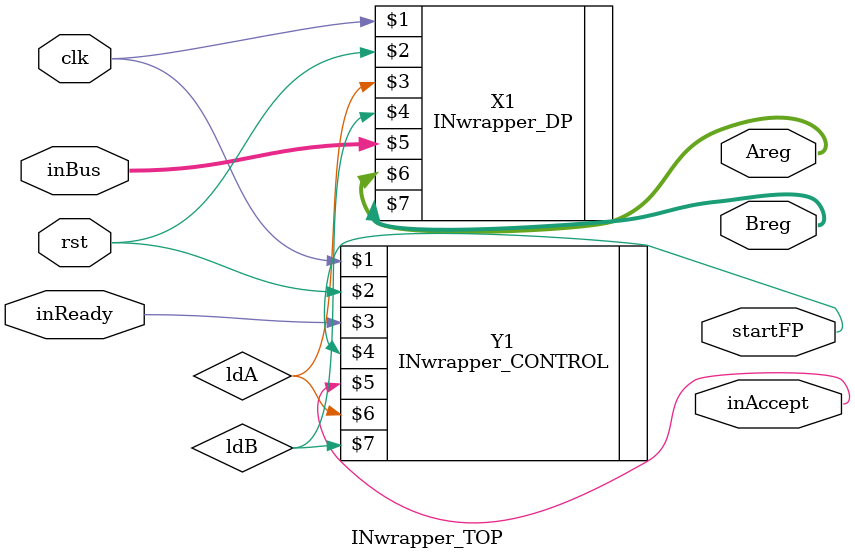
<source format=v>
`timescale 1ns/1ns
module INwrapper_TOP(input inReady,clk,rst,input [31:0]inBus,output inAccept,startFP,output[31:0]Areg,Breg);
	wire ldA,ldB;
	INwrapper_DP X1(clk,rst,ldA,ldB,inBus,Areg,Breg);
	INwrapper_CONTROL Y1(clk,rst,inReady,startFP,inAccept,ldA,ldB);
endmodule

</source>
